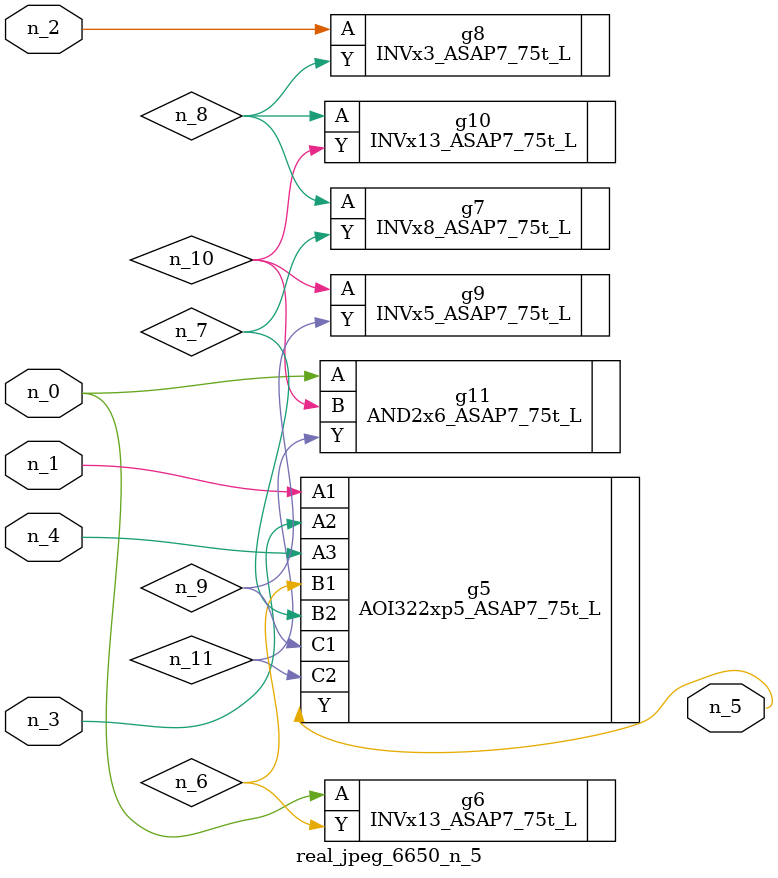
<source format=v>
module real_jpeg_6650_n_5 (n_4, n_0, n_1, n_2, n_3, n_5);

input n_4;
input n_0;
input n_1;
input n_2;
input n_3;

output n_5;

wire n_8;
wire n_11;
wire n_6;
wire n_7;
wire n_10;
wire n_9;

INVx13_ASAP7_75t_L g6 ( 
.A(n_0),
.Y(n_6)
);

AND2x6_ASAP7_75t_L g11 ( 
.A(n_0),
.B(n_10),
.Y(n_11)
);

AOI322xp5_ASAP7_75t_L g5 ( 
.A1(n_1),
.A2(n_3),
.A3(n_4),
.B1(n_6),
.B2(n_7),
.C1(n_9),
.C2(n_11),
.Y(n_5)
);

INVx3_ASAP7_75t_L g8 ( 
.A(n_2),
.Y(n_8)
);

INVx8_ASAP7_75t_L g7 ( 
.A(n_8),
.Y(n_7)
);

INVx13_ASAP7_75t_L g10 ( 
.A(n_8),
.Y(n_10)
);

INVx5_ASAP7_75t_L g9 ( 
.A(n_10),
.Y(n_9)
);


endmodule
</source>
